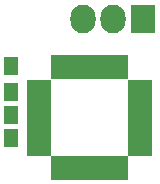
<source format=gbs>
G04 #@! TF.FileFunction,Soldermask,Bot*
%FSLAX46Y46*%
G04 Gerber Fmt 4.6, Leading zero omitted, Abs format (unit mm)*
G04 Created by KiCad (PCBNEW 4.0.1-stable) date Monday, January 04, 2016 'pmt' 12:50:12 pm*
%MOMM*%
G01*
G04 APERTURE LIST*
%ADD10C,0.100000*%
%ADD11R,1.150000X1.600000*%
%ADD12R,2.127200X2.432000*%
%ADD13O,2.127200X2.432000*%
%ADD14R,1.300000X1.600000*%
%ADD15R,2.000000X0.950000*%
%ADD16R,0.950000X2.000000*%
G04 APERTURE END LIST*
D10*
D11*
X134366000Y-130744000D03*
X134366000Y-128844000D03*
D12*
X145542000Y-120650000D03*
D13*
X143002000Y-120650000D03*
X140462000Y-120650000D03*
D14*
X134366000Y-124630000D03*
X134366000Y-126830000D03*
D15*
X145220000Y-126232000D03*
X145220000Y-127032000D03*
X145220000Y-127832000D03*
X145220000Y-128632000D03*
X145220000Y-129432000D03*
X145220000Y-130232000D03*
X145220000Y-131032000D03*
X145220000Y-131832000D03*
D16*
X143770000Y-133282000D03*
X142970000Y-133282000D03*
X142170000Y-133282000D03*
X141370000Y-133282000D03*
X140570000Y-133282000D03*
X139770000Y-133282000D03*
X138970000Y-133282000D03*
X138170000Y-133282000D03*
D15*
X136720000Y-131832000D03*
X136720000Y-131032000D03*
X136720000Y-130232000D03*
X136720000Y-129432000D03*
X136720000Y-128632000D03*
X136720000Y-127832000D03*
X136720000Y-127032000D03*
X136720000Y-126232000D03*
D16*
X138170000Y-124782000D03*
X138970000Y-124782000D03*
X139770000Y-124782000D03*
X140570000Y-124782000D03*
X141370000Y-124782000D03*
X142170000Y-124782000D03*
X142970000Y-124782000D03*
X143770000Y-124782000D03*
M02*

</source>
